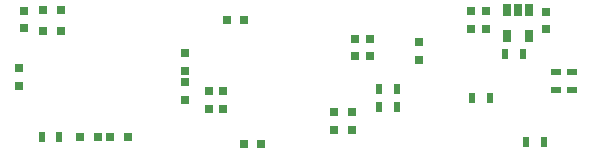
<source format=gbp>
G04 #@! TF.FileFunction,Paste,Bot*
%FSLAX46Y46*%
G04 Gerber Fmt 4.6, Leading zero omitted, Abs format (unit mm)*
G04 Created by KiCad (PCBNEW 4.0.6) date 10/14/17 17:52:05*
%MOMM*%
%LPD*%
G01*
G04 APERTURE LIST*
%ADD10C,0.150000*%
%ADD11R,0.750000X0.800000*%
%ADD12R,0.500000X0.900000*%
%ADD13R,0.900000X0.500000*%
%ADD14R,0.800000X0.750000*%
%ADD15R,0.650000X1.060000*%
G04 APERTURE END LIST*
D10*
D11*
X61645800Y-17346800D03*
X61645800Y-18846800D03*
D12*
X59664600Y-20904200D03*
X58164600Y-20904200D03*
D11*
X43662600Y-25855800D03*
X43662600Y-27355800D03*
D13*
X63855600Y-22479000D03*
X63855600Y-23979000D03*
D12*
X61468000Y-28346400D03*
X59968000Y-28346400D03*
X56846600Y-24663400D03*
X55346600Y-24663400D03*
X49022000Y-23876000D03*
X47522000Y-23876000D03*
D13*
X62509400Y-22479000D03*
X62509400Y-23979000D03*
D14*
X24714200Y-27929840D03*
X26214200Y-27929840D03*
D11*
X31089600Y-23291800D03*
X31089600Y-24791800D03*
X31089600Y-22353400D03*
X31089600Y-20853400D03*
D12*
X20423000Y-27940000D03*
X18923000Y-27940000D03*
D11*
X16967200Y-23623400D03*
X16967200Y-22123400D03*
D14*
X37515800Y-28549600D03*
X36015800Y-28549600D03*
D11*
X50901600Y-21439000D03*
X50901600Y-19939000D03*
D14*
X34593400Y-18034000D03*
X36093400Y-18034000D03*
D11*
X34239200Y-25577800D03*
X34239200Y-24077800D03*
X45440600Y-21132800D03*
X45440600Y-19632800D03*
D14*
X23674200Y-27929840D03*
X22174200Y-27929840D03*
D12*
X47522000Y-25400000D03*
X49022000Y-25400000D03*
D15*
X58298000Y-17221200D03*
X59248000Y-17221200D03*
X60198000Y-17221200D03*
X60198000Y-19421200D03*
X58298000Y-19421200D03*
D11*
X56515000Y-17296000D03*
X56515000Y-18796000D03*
D14*
X19023200Y-17221200D03*
X20523200Y-17221200D03*
D11*
X17449800Y-17272000D03*
X17449800Y-18772000D03*
D14*
X20523200Y-19024600D03*
X19023200Y-19024600D03*
D11*
X55245000Y-18796000D03*
X55245000Y-17296000D03*
X33070800Y-25591200D03*
X33070800Y-24091200D03*
X46761400Y-19634200D03*
X46761400Y-21134200D03*
X45212000Y-27357200D03*
X45212000Y-25857200D03*
M02*

</source>
